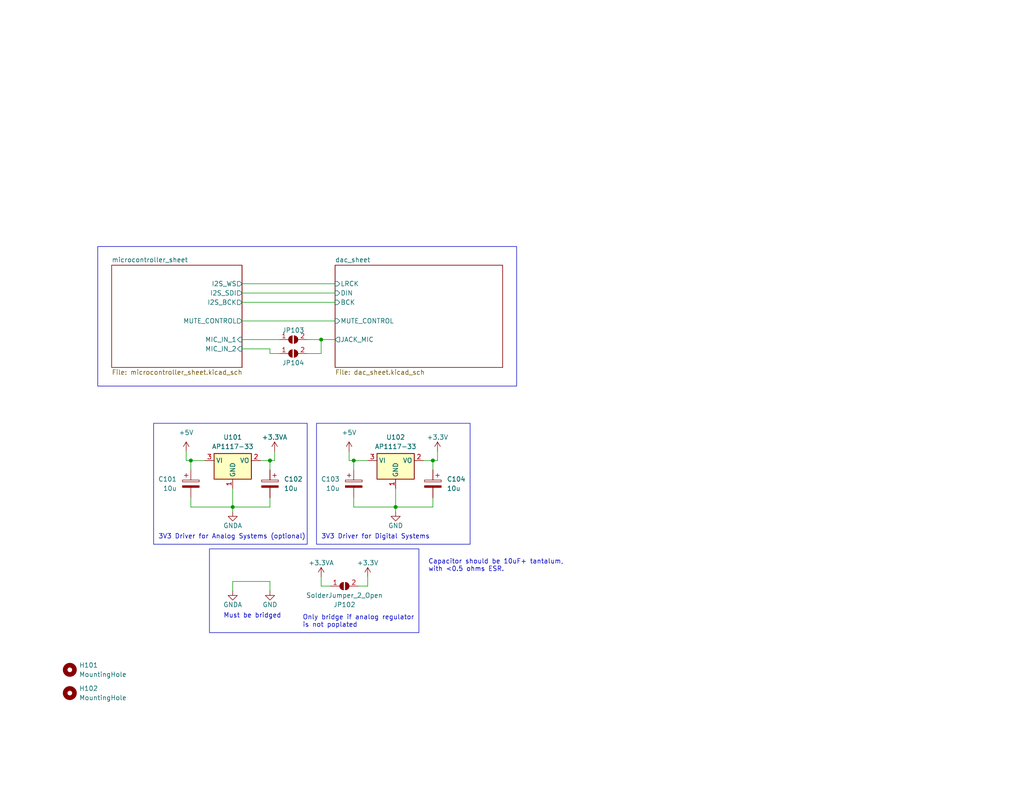
<source format=kicad_sch>
(kicad_sch (version 20231120) (generator "eeschema") (generator_version "8.0")
  (paper "USLetter")
  (title_block (date "2024-01-01") (rev "Rev1"))
  (lib_symbols
    (symbol "Device:C_Polarized" (pin_numbers hide) (pin_names (offset 0.254))
      (property "Reference" "C" (at 0.635 2.54 0))
      (property "Value" "C_Polarized" (at 0.635 -2.54 0))
      (symbol "C_Polarized_0_1"
        (rectangle (start -2.286 0.508) (end 2.286 1.016))
        (polyline (pts (xy -1.778 2.286) (xy -0.762 2.286)))
        (polyline (pts (xy -1.27 2.794) (xy -1.27 1.778)))
        (rectangle (start 2.286 -0.508) (end -2.286 -1.016) (fill (type outline)))
      )
      (symbol "C_Polarized_1_1"
        (pin passive line (at 0 3.81 270) (length 2.794) (name "~") (number "1"))
        (pin passive line (at 0 -3.81 90) (length 2.794) (name "~") (number "2"))
      )
    )
    (symbol "Jumper:SolderJumper_2_Open" (pin_names (offset 0) hide)
      (property "Reference" "JP" (at 0 2.032 0))
      (property "Value" "SolderJumper_2_Open" (at 0 -2.54 0))
      (symbol "SolderJumper_2_Open_0_1"
        (arc (start -0.254 1.016) (mid -1.2656 0) (end -0.254 -1.016))
        (arc (start -0.254 1.016) (mid -1.2656 0) (end -0.254 -1.016) (fill (type outline)))
        (polyline (pts (xy -0.254 1.016) (xy -0.254 -1.016)))
        (polyline (pts (xy 0.254 1.016) (xy 0.254 -1.016)))
        (arc (start 0.254 -1.016) (mid 1.2656 0) (end 0.254 1.016))
        (arc (start 0.254 -1.016) (mid 1.2656 0) (end 0.254 1.016) (fill (type outline)))
      )
      (symbol "SolderJumper_2_Open_1_1"
        (pin passive line (at -3.81 0 0) (length 2.54) (name "A") (number "1"))
        (pin passive line (at 3.81 0 180) (length 2.54) (name "B") (number "2"))
      )
    )
    (symbol "Mechanical:MountingHole" (pin_names (offset 1.016))
      (property "Reference" "H" (at 0 5.08 0))
      (property "Value" "MountingHole" (at 0 3.175 0))
      (symbol "MountingHole_0_1"
        (circle (center 0 0) (radius 1.27) (stroke (width 1.27)))
      )
    )
    (symbol "Regulator_Linear:AP1117-33"
      (property "Reference" "U" (at -3.81 3.175 0))
      (property "Value" "AP1117-33" (at 0 3.175 0))
      (symbol "AP1117-33_0_1"
        (rectangle (start -5.08 -5.08) (end 5.08 1.905) (stroke (width 0.254)) (fill (type background)))
      )
      (symbol "AP1117-33_1_1"
        (pin power_in line (at 0 -7.62 90) (length 2.54) (name "GND") (number "1"))
        (pin power_out line (at 7.62 0 180) (length 2.54) (name "VO") (number "2"))
        (pin power_in line (at -7.62 0 0) (length 2.54) (name "VI") (number "3"))
      )
    )
    (symbol "power:+3.3V" (power) (pin_names (offset 0))
      (property "Value" "+3.3V" (at 0 3.556 0))
      (symbol "+3.3V_0_1"
        (polyline (pts (xy -0.762 1.27) (xy 0 2.54)))
        (polyline (pts (xy 0 0) (xy 0 2.54)))
        (polyline (pts (xy 0 2.54) (xy 0.762 1.27)))
      )
      (symbol "+3.3V_1_1"
        (pin power_in line (at 0 0 90) (length 0) hide (name "+3.3V") (number "1"))
      )
    )
    (symbol "power:+3.3VA" (power) (pin_names (offset 0))
      (property "Value" "+3.3VA" (at 0 3.556 0))
      (symbol "+3.3VA_0_1"
        (polyline (pts (xy -0.762 1.27) (xy 0 2.54)))
        (polyline (pts (xy 0 0) (xy 0 2.54)))
        (polyline (pts (xy 0 2.54) (xy 0.762 1.27)))
      )
      (symbol "+3.3VA_1_1"
        (pin power_in line (at 0 0 90) (length 0) hide (name "+3.3VA") (number "1"))
      )
    )
    (symbol "power:+5V" (power) (pin_names (offset 0))
      (property "Value" "+5V" (at 0 3.556 0))
      (symbol "+5V_0_1"
        (polyline (pts (xy -0.762 1.27) (xy 0 2.54)))
        (polyline (pts (xy 0 0) (xy 0 2.54)))
        (polyline (pts (xy 0 2.54) (xy 0.762 1.27)))
      )
      (symbol "+5V_1_1"
        (pin power_in line (at 0 0 90) (length 0) hide (name "+5V") (number "1"))
      )
    )
    (symbol "power:GND" (power) (pin_names (offset 0))
      (property "Value" "GND" (at 0 -3.81 0))
      (symbol "GND_0_1"
        (polyline (pts (xy 0 0) (xy 0 -1.27) (xy 1.27 -1.27) (xy 0 -2.54) (xy -1.27 -1.27) (xy 0 -1.27)))
      )
      (symbol "GND_1_1"
        (pin power_in line (at 0 0 270) (length 0) hide (name "GND") (number "1"))
      )
    )
    (symbol "power:GNDA" (power) (pin_names (offset 0))
      (property "Value" "GNDA" (at 0 -3.81 0))
      (symbol "GNDA_0_1"
        (polyline (pts (xy 0 0) (xy 0 -1.27) (xy 1.27 -1.27) (xy 0 -2.54) (xy -1.27 -1.27) (xy 0 -1.27)))
      )
      (symbol "GNDA_1_1"
        (pin power_in line (at 0 0 270) (length 0) hide (name "GNDA") (number "1"))
      )
    )
  )
  (junction (at 63.5 138.43))
  (junction (at 87.63 92.71))
  (junction (at 52.07 125.73))
  (junction (at 118.11 125.73))
  (junction (at 73.66 125.73))
  (junction (at 107.95 138.43))
  (junction (at 96.52 125.73))
  (wire (pts (xy 118.11 125.73) (xy 115.57 125.73)))
  (wire (pts (xy 52.07 125.73) (xy 52.07 128.27)))
  (wire (pts (xy 96.52 125.73) (xy 100.33 125.73)))
  (wire (pts (xy 83.82 96.52) (xy 87.63 96.52)))
  (wire (pts (xy 66.04 87.63) (xy 91.44 87.63)))
  (wire (pts (xy 73.66 138.43) (xy 63.5 138.43)))
  (wire (pts (xy 118.11 138.43) (xy 107.95 138.43)))
  (wire (pts (xy 118.11 135.89) (xy 118.11 138.43)))
  (wire (pts (xy 96.52 125.73) (xy 96.52 128.27)))
  (wire (pts (xy 73.66 125.73) (xy 71.12 125.73)))
  (wire (pts (xy 95.25 123.19) (xy 95.25 125.73)))
  (wire (pts (xy 83.82 92.71) (xy 87.63 92.71)))
  (wire (pts (xy 52.07 135.89) (xy 52.07 138.43)))
  (wire (pts (xy 66.04 95.25) (xy 73.66 95.25)))
  (wire (pts (xy 87.63 157.48) (xy 87.63 160.02)))
  (wire (pts (xy 73.66 158.75) (xy 73.66 161.29)))
  (wire (pts (xy 87.63 92.71) (xy 91.44 92.71)))
  (wire (pts (xy 63.5 158.75) (xy 73.66 158.75)))
  (wire (pts (xy 73.66 125.73) (xy 73.66 128.27)))
  (wire (pts (xy 119.38 123.19) (xy 119.38 125.73)))
  (wire (pts (xy 66.04 80.01) (xy 91.44 80.01)))
  (wire (pts (xy 107.95 138.43) (xy 107.95 139.7)))
  (wire (pts (xy 87.63 160.02) (xy 90.17 160.02)))
  (wire (pts (xy 66.04 82.55) (xy 91.44 82.55)))
  (wire (pts (xy 52.07 125.73) (xy 55.88 125.73)))
  (wire (pts (xy 50.8 123.19) (xy 50.8 125.73)))
  (wire (pts (xy 107.95 133.35) (xy 107.95 138.43)))
  (wire (pts (xy 66.04 92.71) (xy 76.2 92.71)))
  (wire (pts (xy 74.93 123.19) (xy 74.93 125.73)))
  (wire (pts (xy 73.66 96.52) (xy 76.2 96.52)))
  (wire (pts (xy 52.07 138.43) (xy 63.5 138.43)))
  (wire (pts (xy 97.79 160.02) (xy 100.33 160.02)))
  (wire (pts (xy 50.8 125.73) (xy 52.07 125.73)))
  (wire (pts (xy 95.25 125.73) (xy 96.52 125.73)))
  (wire (pts (xy 73.66 135.89) (xy 73.66 138.43)))
  (wire (pts (xy 66.04 77.47) (xy 91.44 77.47)))
  (wire (pts (xy 73.66 95.25) (xy 73.66 96.52)))
  (wire (pts (xy 100.33 160.02) (xy 100.33 157.48)))
  (wire (pts (xy 63.5 133.35) (xy 63.5 138.43)))
  (wire (pts (xy 63.5 158.75) (xy 63.5 161.29)))
  (wire (pts (xy 63.5 138.43) (xy 63.5 139.7)))
  (wire (pts (xy 74.93 125.73) (xy 73.66 125.73)))
  (wire (pts (xy 119.38 125.73) (xy 118.11 125.73)))
  (wire (pts (xy 87.63 96.52) (xy 87.63 92.71)))
  (wire (pts (xy 96.52 138.43) (xy 107.95 138.43)))
  (wire (pts (xy 118.11 125.73) (xy 118.11 128.27)))
  (wire (pts (xy 96.52 135.89) (xy 96.52 138.43)))
  (rectangle (start 41.91 115.57) (end 83.82 148.59))
  (rectangle (start 26.67 67.31) (end 140.97 105.41))
  (rectangle (start 57.15 149.86) (end 114.3 172.72))
  (rectangle (start 86.36 115.57) (end 128.27 148.59))
  (text "3V3 Driver for Analog Systems (optional)" (at 43.18 147.32 0) (effects (font (size 1.27 1.27)) (justify left bottom)))
  (text "Only bridge if analog regulator\nis not poplated" (at 82.55 171.45 0) (effects (font (size 1.27 1.27)) (justify left bottom)))
  (text "Must be bridged" (at 60.96 168.91 0) (effects (font (size 1.27 1.27)) (justify left bottom)))
  (text "3V3 Driver for Digital Systems" (at 87.63 147.32 0) (effects (font (size 1.27 1.27)) (justify left bottom)))
  (text "Capacitor should be 10uF+ tantalum,\nwith <0.5 ohms ESR." (at 116.84 156.21 0) (effects (font (size 1.27 1.27)) (justify left bottom)))
  (symbol (lib_id "Device:C_Polarized") (at 52.07 132.08 0) (unit 1)
    (property "Reference" "C101" (at 48.26 130.81 0) (effects (justify right)))
    (property "Value" "10u" (at 48.26 133.35 0) (effects (justify right)))
    (property "Footprint" "0_project_fp_lib:C_1206_3216Metric_Pad1.33x1.80mm_HandSolder_Polar" (effects (hide yes)))
    (property "LCSC" "C2158137" (effects (hide yes)))
  )
  (symbol (lib_id "power:+3.3V") (at 119.38 123.19 0) (unit 1)
    (property "Reference" "#PWR0106" (effects (hide yes)))
    (property "Value" "+3.3V" (at 119.38 119.38 0))
  )
  (symbol (lib_id "power:GND") (at 107.95 139.7 0) (unit 1)
    (property "Reference" "#PWR0105" (effects (hide yes)))
    (property "Value" "GND" (at 107.95 143.51 0))
  )
  (symbol (lib_id "Mechanical:MountingHole") (at 19.05 189.23 0) (unit 1)
    (property "Reference" "H102" (at 21.59 187.96 0) (effects (justify left)))
    (property "Value" "MountingHole" (at 21.59 190.5 0) (effects (justify left)))
    (property "Footprint" "MountingHole:MountingHole_2.2mm_M2" (effects (hide yes)))
  )
  (symbol (lib_id "Regulator_Linear:AP1117-33") (at 107.95 125.73 0) (unit 1)
    (property "Reference" "U102" (at 107.95 119.38 0))
    (property "Value" "AP1117-33" (at 107.95 121.92 0))
    (property "Footprint" "Package_TO_SOT_SMD:SOT-223-3_TabPin2" (effects (hide yes)))
    (property "Datasheet" "http://www.diodes.com/datasheets/AP1117.pdf" (effects (hide yes)))
    (property "LCSC" "C108494" (effects (hide yes)))
  )
  (symbol (lib_id "power:GNDA") (at 63.5 139.7 0) (unit 1)
    (property "Reference" "#PWR0102" (effects (hide yes)))
    (property "Value" "GNDA" (at 63.5 143.51 0))
  )
  (symbol (lib_id "power:+3.3VA") (at 74.93 123.19 0) (unit 1)
    (property "Reference" "#PWR0103" (effects (hide yes)))
    (property "Value" "+3.3VA" (at 74.93 119.38 0))
  )
  (symbol (lib_id "power:+5V") (at 50.8 123.19 0) (unit 1)
    (property "Reference" "#PWR0101" (effects (hide yes)))
    (property "Value" "+5V" (at 50.8 118.11 0))
  )
  (symbol (lib_id "Device:C_Polarized") (at 96.52 132.08 0) (unit 1)
    (property "Reference" "C103" (at 92.71 130.81 0) (effects (justify right)))
    (property "Value" "10u" (at 92.71 133.35 0) (effects (justify right)))
    (property "Footprint" "0_project_fp_lib:C_1206_3216Metric_Pad1.33x1.80mm_HandSolder_Polar" (effects (hide yes)))
    (property "LCSC" "C2158137" (effects (hide yes)))
  )
  (symbol (lib_id "power:GNDA") (at 63.5 161.29 0) (unit 1)
    (property "Reference" "#PWR0107" (effects (hide yes)))
    (property "Value" "GNDA" (at 63.5 165.1 0))
  )
  (symbol (lib_id "power:GND") (at 73.66 161.29 0) (unit 1)
    (property "Reference" "#PWR0108" (effects (hide yes)))
    (property "Value" "GND" (at 73.66 165.1 0))
  )
  (symbol (lib_id "Device:C_Polarized") (at 73.66 132.08 0) (mirror y) (unit 1)
    (property "Reference" "C102" (at 77.47 130.81 0) (effects (justify right)))
    (property "Value" "10u" (at 77.47 133.35 0) (effects (justify right)))
    (property "Footprint" "0_project_fp_lib:C_1206_3216Metric_Pad1.33x1.80mm_HandSolder_Polar" (effects (hide yes)))
    (property "LCSC" "C2158137" (effects (hide yes)))
  )
  (symbol (lib_id "Jumper:SolderJumper_2_Open") (at 80.01 96.52 0) (mirror x) (unit 1)
    (property "Reference" "JP104" (at 80.01 99.06 0))
    (property "Value" "SolderJumper_2_Open" (effects (hide yes)))
    (property "Footprint" "Jumper:SolderJumper-2_P1.3mm_Open_RoundedPad1.0x1.5mm" (effects (hide yes)))
  )
  (symbol (lib_id "power:+3.3VA") (at 87.63 157.48 0) (unit 1)
    (property "Reference" "#PWR0110" (effects (hide yes)))
    (property "Value" "+3.3VA" (at 87.63 153.67 0))
  )
  (symbol (lib_id "Jumper:SolderJumper_2_Open") (at 93.98 160.02 0) (mirror x) (unit 1)
    (property "Reference" "JP102" (at 93.98 165.1 0))
    (property "Value" "SolderJumper_2_Open" (at 93.98 162.56 0))
    (property "Footprint" "Jumper:SolderJumper-2_P1.3mm_Open_RoundedPad1.0x1.5mm" (effects (hide yes)))
  )
  (symbol (lib_id "power:+3.3V") (at 100.33 157.48 0) (unit 1)
    (property "Reference" "#PWR0109" (effects (hide yes)))
    (property "Value" "+3.3V" (at 100.33 153.67 0))
  )
  (symbol (lib_id "Regulator_Linear:AP1117-33") (at 63.5 125.73 0) (unit 1)
    (property "Reference" "U101" (at 63.5 119.38 0))
    (property "Value" "AP1117-33" (at 63.5 121.92 0))
    (property "Footprint" "Package_TO_SOT_SMD:SOT-223-3_TabPin2" (effects (hide yes)))
    (property "Datasheet" "http://www.diodes.com/datasheets/AP1117.pdf" (effects (hide yes)))
    (property "LCSC" "C108494" (effects (hide yes)))
  )
  (symbol (lib_id "Device:C_Polarized") (at 118.11 132.08 0) (mirror y) (unit 1)
    (property "Reference" "C104" (at 121.92 130.81 0) (effects (justify right)))
    (property "Value" "10u" (at 121.92 133.35 0) (effects (justify right)))
    (property "Footprint" "0_project_fp_lib:C_1206_3216Metric_Pad1.33x1.80mm_HandSolder_Polar" (effects (hide yes)))
    (property "LCSC" "C2158137" (effects (hide yes)))
  )
  (symbol (lib_id "Mechanical:MountingHole") (at 19.05 182.88 0) (unit 1)
    (property "Reference" "H101" (at 21.59 181.61 0) (effects (justify left)))
    (property "Value" "MountingHole" (at 21.59 184.15 0) (effects (justify left)))
    (property "Footprint" "MountingHole:MountingHole_2.2mm_M2" (effects (hide yes)))
  )
  (symbol (lib_id "power:+5V") (at 95.25 123.19 0) (unit 1)
    (property "Reference" "#PWR0104" (effects (hide yes)))
    (property "Value" "+5V" (at 95.25 118.11 0))
  )
  (symbol (lib_id "Jumper:SolderJumper_2_Open") (at 80.01 92.71 0) (unit 1)
    (property "Reference" "JP103" (at 80.01 90.17 0))
    (property "Value" "SolderJumper_2_Open" (effects (hide yes)))
    (property "Footprint" "Jumper:SolderJumper-2_P1.3mm_Open_RoundedPad1.0x1.5mm" (effects (hide yes)))
  )
  (sheet (at 91.44 72.39) (size 45.72 27.94) (stroke (width 0.1524))
    (property "Sheetname" "dac_sheet" (at 91.44 71.6784 0) (effects (justify left bottom)))
    (property "Sheetfile" "dac_sheet.kicad_sch" (at 91.44 100.9146 0) (effects (justify left top)))
    (pin "MUTE_CONTROL" input (at 91.44 87.63 180))
    (pin "LRCK" input (at 91.44 77.47 180))
    (pin "DIN" input (at 91.44 80.01 180))
    (pin "BCK" input (at 91.44 82.55 180))
    (pin "JACK_MIC" output (at 91.44 92.71 180))
  )
  (sheet (at 30.48 72.39) (size 35.56 27.94) (stroke (width 0.1524))
    (property "Sheetname" "microcontroller_sheet" (at 30.48 71.6784 0) (effects (justify left bottom)))
    (property "Sheetfile" "microcontroller_sheet.kicad_sch" (at 30.48 100.9146 0) (effects (justify left top)))
    (pin "MUTE_CONTROL" output (at 66.04 87.63 0))
    (pin "I2S_WS" output (at 66.04 77.47 0))
    (pin "I2S_SDI" output (at 66.04 80.01 0))
    (pin "I2S_BCK" output (at 66.04 82.55 0))
    (pin "MIC_IN_1" input (at 66.04 92.71 0))
    (pin "MIC_IN_2" input (at 66.04 95.25 0))
  )
)
</source>
